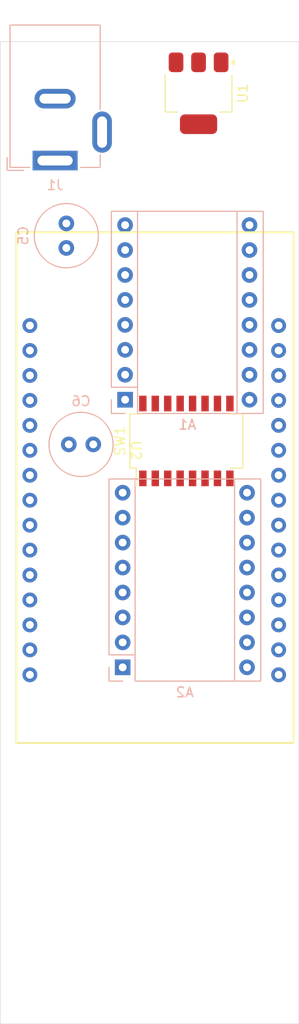
<source format=kicad_pcb>
(kicad_pcb (version 20240108) (generator "pcbnew") (generator_version "8.0")
  (layers (0 "F.Cu" signal) (31 "B.Cu" signal) (34 "B.Paste" user) (35 "F.Paste" user) (36 "B.SilkS" user "B.Silkscreen") (37 "F.SilkS" user "F.Silkscreen") (38 "B.Mask" user) (39 "F.Mask" user) (44 "Edge.Cuts" user))
  (net 0 "")
  (net 1 "Net-(A1-MS3)")
  (net 6 "GND")
  (net 7 "+VDC")
  (net 9 "Net-(A1-MS2)")
  (net 11 "+3.3V")
  (net 12 "Net-(A1-MS1)")
  (net 15 "Net-(A2-MS1)")
  (net 22 "Net-(A2-MS3)")
  (net 23 "Net-(A2-MS2)")
  (net 24 "+5V")
  (net 25 "X_Step")
  (net 26 "X_Dir")
  (net 27 "Y_Step")
  (net 28 "Y_Dir")
  (footprint "Package_TO_SOT_SMD:SOT-223-3_TabPin2" (layer "F.Cu") (at 184.75 59.75 -90)
    (property "Reference" "U1" (at 0 -4.5 90) (layer "F.SilkS"))
    (property "Value" "AMS1117-5.0")
    (fp_line (start -1.85 3.41) (end 1.91 3.41) (stroke (width 0.12)) (layer "F.SilkS"))
    (fp_line (start 1.91 3.41) (end 1.91 2.15) (stroke (width 0.12)) (layer "F.SilkS"))
    (fp_line (start -1.85 -3.41) (end 1.91 -3.41) (stroke (width 0.12)) (layer "F.SilkS"))
    (fp_line (start 1.91 -3.41) (end 1.91 -2.15) (stroke (width 0.12)) (layer "F.SilkS"))
    (fp_poly (pts (xy -3.13 -3.31) (xy -3.37 -3.64) (xy -2.89 -3.64) (xy -3.13 -3.31)) (stroke (width 0.12)) (fill solid) (layer "F.SilkS"))
    (pad "1" smd roundrect (at -3.15 -2.3 270) (size 2 1.5) (layers "F.Cu" "F.Paste" "F.Mask") (net 6 "GND"))
    (pad "2" smd roundrect (at -3.15 0 270) (size 2 1.5) (layers "F.Cu" "F.Paste" "F.Mask") (net 24 "+5V"))
    (pad "2" smd roundrect (at 3.15 0 270) (size 2 3.8) (layers "F.Cu" "F.Paste" "F.Mask") (net 24 "+5V"))
    (pad "3" smd roundrect (at -3.15 2.3 270) (size 2 1.5) (layers "F.Cu" "F.Paste" "F.Mask") (net 7 "+VDC"))
  )
  (footprint "Button_Switch_SMD:SW_DIP_SPSTx08_Slide_Copal_CHS-08B_W7.62mm_P1.27mm" (layer "F.Cu") (at 183.505 95.15 90)
    (property "Reference" "SW1" (at 0 -6.775 90) (layer "F.SilkS"))
    (property "Value" "SW_DIP_x08")
    (fp_line (start 2.76 -5.775) (end 2.76 -4.506) (stroke (width 0.12)) (layer "F.SilkS"))
    (fp_line (start -2.76 -5.775) (end 2.76 -5.775) (stroke (width 0.12)) (layer "F.SilkS"))
    (fp_line (start -2.76 -5.775) (end -2.76 -5.125) (stroke (width 0.12)) (layer "F.SilkS"))
    (fp_line (start -4.61 -5.125) (end -2.76 -5.125) (stroke (width 0.12)) (layer "F.SilkS"))
    (fp_line (start 2.76 4.505) (end 2.76 5.775) (stroke (width 0.12)) (layer "F.SilkS"))
    (fp_line (start -2.76 4.505) (end -2.76 5.775) (stroke (width 0.12)) (layer "F.SilkS"))
    (fp_line (start -2.76 5.775) (end 2.76 5.775) (stroke (width 0.12)) (layer "F.SilkS"))
    (pad "1" smd rect (at -3.81 -4.445 90) (size 1.6 0.76) (layers "F.Cu" "F.Paste" "F.Mask"))
    (pad "2" smd rect (at -3.81 -3.175 90) (size 1.6 0.76) (layers "F.Cu" "F.Paste" "F.Mask"))
    (pad "3" smd rect (at -3.81 -1.905 90) (size 1.6 0.76) (layers "F.Cu" "F.Paste" "F.Mask"))
    (pad "4" smd rect (at -3.81 -0.635 90) (size 1.6 0.76) (layers "F.Cu" "F.Paste" "F.Mask"))
    (pad "5" smd rect (at -3.81 0.635 90) (size 1.6 0.76) (layers "F.Cu" "F.Paste" "F.Mask"))
    (pad "6" smd rect (at -3.81 1.905 90) (size 1.6 0.76) (layers "F.Cu" "F.Paste" "F.Mask"))
    (pad "7" smd rect (at -3.81 3.175 90) (size 1.6 0.76) (layers "F.Cu" "F.Paste" "F.Mask"))
    (pad "8" smd rect (at -3.81 4.445 90) (size 1.6 0.76) (layers "F.Cu" "F.Paste" "F.Mask"))
    (pad "9" smd rect (at 3.81 4.445 90) (size 1.6 0.76) (layers "F.Cu" "F.Paste" "F.Mask"))
    (pad "10" smd rect (at 3.81 3.175 90) (size 1.6 0.76) (layers "F.Cu" "F.Paste" "F.Mask"))
    (pad "11" smd rect (at 3.81 1.905 90) (size 1.6 0.76) (layers "F.Cu" "F.Paste" "F.Mask"))
    (pad "12" smd rect (at 3.81 0.635 90) (size 1.6 0.76) (layers "F.Cu" "F.Paste" "F.Mask"))
    (pad "13" smd rect (at 3.81 -0.635 90) (size 1.6 0.76) (layers "F.Cu" "F.Paste" "F.Mask"))
    (pad "14" smd rect (at 3.81 -1.905 90) (size 1.6 0.76) (layers "F.Cu" "F.Paste" "F.Mask"))
    (pad "15" smd rect (at 3.81 -3.175 90) (size 1.6 0.76) (layers "F.Cu" "F.Paste" "F.Mask"))
    (pad "16" smd rect (at 3.81 -4.445 90) (size 1.6 0.76) (layers "F.Cu" "F.Paste" "F.Mask"))
  )
  (footprint "OLxA:ESP32S_30pin" (layer "F.Cu") (at 176.15 98.9)
    (property "Reference" "U2" (at 2.2 -2.79 -90) (layer "F.SilkS"))
    (property "Value" "~")
    (fp_rect (start -10 -25) (end 18.3 27) (stroke (width 0.2)) (fill none) (layer "F.SilkS"))
    (pad "1" thru_hole circle (at 16.776 -15.5 270) (size 1.524 1.524) (drill 0.8) (layers "*.Cu" "*.Mask") (net 24 "+5V"))
    (pad "2" thru_hole circle (at 16.776 -12.96 270) (size 1.524 1.524) (drill 0.8) (layers "*.Cu" "*.Mask") (net 6 "GND"))
    (pad "3" thru_hole circle (at 16.776 -10.42 270) (size 1.524 1.524) (drill 0.8) (layers "*.Cu" "*.Mask"))
    (pad "4" thru_hole circle (at 16.776 -7.88 270) (size 1.524 1.524) (drill 0.8) (layers "*.Cu" "*.Mask") (net 26 "X_Dir"))
    (pad "5" thru_hole circle (at 16.776 -5.34 270) (size 1.524 1.524) (drill 0.8) (layers "*.Cu" "*.Mask") (net 25 "X_Step"))
    (pad "6" thru_hole circle (at 16.776 -2.8 270) (size 1.524 1.524) (drill 0.8) (layers "*.Cu" "*.Mask"))
    (pad "7" thru_hole circle (at 16.776 -0.26 270) (size 1.524 1.524) (drill 0.8) (layers "*.Cu" "*.Mask") (net 27 "Y_Step"))
    (pad "8" thru_hole circle (at 16.776 2.28 270) (size 1.524 1.524) (drill 0.8) (layers "*.Cu" "*.Mask") (net 28 "Y_Dir"))
    (pad "9" thru_hole circle (at 16.776 4.82 270) (size 1.524 1.524) (drill 0.8) (layers "*.Cu" "*.Mask"))
    (pad "10" thru_hole circle (at 16.776 7.36 270) (size 1.524 1.524) (drill 0.8) (layers "*.Cu" "*.Mask"))
    (pad "11" thru_hole circle (at 16.776 9.9 270) (size 1.524 1.524) (drill 0.8) (layers "*.Cu" "*.Mask"))
    (pad "12" thru_hole circle (at 16.776 12.44 270) (size 1.524 1.524) (drill 0.8) (layers "*.Cu" "*.Mask"))
    (pad "13" thru_hole circle (at 16.776 14.98 270) (size 1.524 1.524) (drill 0.8) (layers "*.Cu" "*.Mask"))
    (pad "14" thru_hole circle (at 16.776 17.52 270) (size 1.524 1.524) (drill 0.8) (layers "*.Cu" "*.Mask"))
    (pad "15" thru_hole circle (at 16.776 20.06 270) (size 1.524 1.524) (drill 0.8) (layers "*.Cu" "*.Mask"))
    (pad "16" thru_hole circle (at -8.624 20.06 270) (size 1.524 1.524) (drill 0.8) (layers "*.Cu" "*.Mask") (net 11 "+3.3V"))
    (pad "17" thru_hole circle (at -8.624 17.52 270) (size 1.524 1.524) (drill 0.8) (layers "*.Cu" "*.Mask") (net 6 "GND"))
    (pad "18" thru_hole circle (at -8.624 14.98 270) (size 1.524 1.524) (drill 0.8) (layers "*.Cu" "*.Mask"))
    (pad "19" thru_hole circle (at -8.624 12.44 270) (size 1.524 1.524) (drill 0.8) (layers "*.Cu" "*.Mask"))
    (pad "20" thru_hole circle (at -8.624 9.9 270) (size 1.524 1.524) (drill 0.8) (layers "*.Cu" "*.Mask"))
    (pad "21" thru_hole circle (at -8.624 7.36 270) (size 1.524 1.524) (drill 0.8) (layers "*.Cu" "*.Mask"))
    (pad "22" thru_hole circle (at -8.624 4.82 270) (size 1.524 1.524) (drill 0.8) (layers "*.Cu" "*.Mask"))
    (pad "23" thru_hole circle (at -8.624 2.28 270) (size 1.524 1.524) (drill 0.8) (layers "*.Cu" "*.Mask"))
    (pad "24" thru_hole circle (at -8.624 -0.26 270) (size 1.524 1.524) (drill 0.8) (layers "*.Cu" "*.Mask"))
    (pad "25" thru_hole circle (at -8.624 -2.8 270) (size 1.524 1.524) (drill 0.8) (layers "*.Cu" "*.Mask"))
    (pad "26" thru_hole circle (at -8.624 -5.34 270) (size 1.524 1.524) (drill 0.8) (layers "*.Cu" "*.Mask"))
    (pad "27" thru_hole circle (at -8.624 -7.88 270) (size 1.524 1.524) (drill 0.8) (layers "*.Cu" "*.Mask"))
    (pad "28" thru_hole circle (at -8.624 -10.42 270) (size 1.524 1.524) (drill 0.8) (layers "*.Cu" "*.Mask"))
    (pad "29" thru_hole circle (at -8.624 -12.96 270) (size 1.524 1.524) (drill 0.8) (layers "*.Cu" "*.Mask"))
    (pad "30" thru_hole circle (at -8.624 -15.5 270) (size 1.524 1.524) (drill 0.8) (layers "*.Cu" "*.Mask"))
  )
  (footprint "Capacitor_THT:C_Radial_D6.3mm_H11.0mm_P2.50mm" (layer "B.Cu") (at 171.25 73 -90)
    (property "Reference" "C5" (at 1.25 4.4 90) (layer "B.SilkS") (effects (justify mirror)))
    (property "Value" "100uF")
    (fp_circle (center 1.25 0) (end 4.52 0) (stroke (width 0.12)) (fill none) (layer "B.SilkS"))
    (pad "1" thru_hole circle (at 0 0 270) (size 1.6 1.6) (drill 0.8) (layers "*.Cu" "*.Mask") (net 7 "+VDC"))
    (pad "2" thru_hole circle (at 2.5 0 270) (size 1.6 1.6) (drill 0.8) (layers "*.Cu" "*.Mask") (net 6 "GND"))
  )
  (footprint "Module:Pololu_Breakout-16_15.2x20.3mm" (layer "B.Cu") (at 177 118.2)
    (property "Reference" "A2" (at 6.35 2.54 360) (layer "B.SilkS") (effects (justify mirror)))
    (property "Value" "A4988")
    (fp_line (start -1.4 -19.18) (end -1.4 -1.27) (stroke (width 0.12)) (layer "B.SilkS"))
    (fp_line (start -1.4 -1.27) (end 1.27 -1.27) (stroke (width 0.12)) (layer "B.SilkS"))
    (fp_line (start -1.4 0) (end -1.4 1.4) (stroke (width 0.12)) (layer "B.SilkS"))
    (fp_line (start -1.4 1.4) (end 0 1.4) (stroke (width 0.12)) (layer "B.SilkS"))
    (fp_line (start 1.27 -19.18) (end 1.27 -1.27) (stroke (width 0.12)) (layer "B.SilkS"))
    (fp_line (start 1.27 -1.27) (end 1.27 1.4) (stroke (width 0.12)) (layer "B.SilkS"))
    (fp_line (start 1.27 1.4) (end 14.1 1.4) (stroke (width 0.12)) (layer "B.SilkS"))
    (fp_line (start 11.43 -19.18) (end 11.43 1.4) (stroke (width 0.12)) (layer "B.SilkS"))
    (fp_line (start 14.1 -19.18) (end -1.4 -19.18) (stroke (width 0.12)) (layer "B.SilkS"))
    (fp_line (start 14.1 1.4) (end 14.1 -19.18) (stroke (width 0.12)) (layer "B.SilkS"))
    (pad "1" thru_hole rect (at 0 0) (size 1.6 1.6) (drill 0.8) (layers "*.Cu" "*.Mask") (net 6 "GND"))
    (pad "2" thru_hole oval (at 0 -2.54) (size 1.6 1.6) (drill 0.8) (layers "*.Cu" "*.Mask") (net 11 "+3.3V"))
    (pad "3" thru_hole oval (at 0 -5.08) (size 1.6 1.6) (drill 0.8) (layers "*.Cu" "*.Mask"))
    (pad "4" thru_hole oval (at 0 -7.62) (size 1.6 1.6) (drill 0.8) (layers "*.Cu" "*.Mask"))
    (pad "5" thru_hole oval (at 0 -10.16) (size 1.6 1.6) (drill 0.8) (layers "*.Cu" "*.Mask"))
    (pad "6" thru_hole oval (at 0 -12.7) (size 1.6 1.6) (drill 0.8) (layers "*.Cu" "*.Mask"))
    (pad "7" thru_hole oval (at 0 -15.24) (size 1.6 1.6) (drill 0.8) (layers "*.Cu" "*.Mask") (net 6 "GND"))
    (pad "8" thru_hole oval (at 0 -17.78) (size 1.6 1.6) (drill 0.8) (layers "*.Cu" "*.Mask") (net 7 "+VDC"))
    (pad "9" thru_hole oval (at 12.7 -17.78) (size 1.6 1.6) (drill 0.8) (layers "*.Cu" "*.Mask"))
    (pad "10" thru_hole oval (at 12.7 -15.24) (size 1.6 1.6) (drill 0.8) (layers "*.Cu" "*.Mask") (net 15 "Net-(A2-MS1)"))
    (pad "11" thru_hole oval (at 12.7 -12.7) (size 1.6 1.6) (drill 0.8) (layers "*.Cu" "*.Mask") (net 23 "Net-(A2-MS2)"))
    (pad "12" thru_hole oval (at 12.7 -10.16) (size 1.6 1.6) (drill 0.8) (layers "*.Cu" "*.Mask") (net 22 "Net-(A2-MS3)"))
    (pad "13" thru_hole oval (at 12.7 -7.62) (size 1.6 1.6) (drill 0.8) (layers "*.Cu" "*.Mask"))
    (pad "14" thru_hole oval (at 12.7 -5.08) (size 1.6 1.6) (drill 0.8) (layers "*.Cu" "*.Mask"))
    (pad "15" thru_hole oval (at 12.7 -2.54) (size 1.6 1.6) (drill 0.8) (layers "*.Cu" "*.Mask") (net 27 "Y_Step"))
    (pad "16" thru_hole oval (at 12.7 0) (size 1.6 1.6) (drill 0.8) (layers "*.Cu" "*.Mask") (net 28 "Y_Dir"))
  )
  (footprint "Connector_BarrelJack:BarrelJack_GCT_DCJ200-10-A_Horizontal" (layer "B.Cu") (at 170.1 66.6)
    (property "Reference" "J1" (at 0 2.5 360) (layer "B.SilkS") (effects (justify mirror)))
    (property "Value" "Barrel_Jack")
    (fp_line (start -4.9 -0.3) (end -4.9 1) (stroke (width 0.12)) (layer "B.SilkS"))
    (fp_line (start -4.9 1) (end -3.2 1) (stroke (width 0.12)) (layer "B.SilkS"))
    (fp_line (start -4.6 -13.8) (end 4.6 -13.8) (stroke (width 0.12)) (layer "B.SilkS"))
    (fp_line (start -4.6 0.7) (end -4.6 -13.8) (stroke (width 0.12)) (layer "B.SilkS"))
    (fp_line (start -2.6 0.7) (end -4.6 0.7) (stroke (width 0.12)) (layer "B.SilkS"))
    (fp_line (start 4.6 -13.8) (end 4.6 -5.2) (stroke (width 0.12)) (layer "B.SilkS"))
    (fp_line (start 4.6 -0.6) (end 4.6 0.7) (stroke (width 0.12)) (layer "B.SilkS"))
    (fp_line (start 4.6 0.7) (end 2.6 0.7) (stroke (width 0.12)) (layer "B.SilkS"))
    (pad "1" thru_hole rect (at 0 0) (size 4.6 2) (drill oval 3.6 1) (layers "*.Cu" "*.Mask") (net 7 "+VDC"))
    (pad "2" thru_hole oval (at 0 -6.3) (size 4.2 2) (drill oval 3.2 1) (layers "*.Cu" "*.Mask") (net 6 "GND"))
    (pad "3" thru_hole oval (at 4.8 -2.9) (size 2 4.2) (drill oval 1 3.2) (layers "*.Cu" "*.Mask"))
  )
  (footprint "Module:Pololu_Breakout-16_15.2x20.3mm" (layer "B.Cu") (at 177.25 90.95)
    (property "Reference" "A1" (at 6.35 2.54 360) (layer "B.SilkS") (effects (justify mirror)))
    (property "Value" "A4988")
    (fp_line (start -1.4 -19.18) (end -1.4 -1.27) (stroke (width 0.12)) (layer "B.SilkS"))
    (fp_line (start -1.4 -1.27) (end 1.27 -1.27) (stroke (width 0.12)) (layer "B.SilkS"))
    (fp_line (start -1.4 0) (end -1.4 1.4) (stroke (width 0.12)) (layer "B.SilkS"))
    (fp_line (start -1.4 1.4) (end 0 1.4) (stroke (width 0.12)) (layer "B.SilkS"))
    (fp_line (start 1.27 -19.18) (end 1.27 -1.27) (stroke (width 0.12)) (layer "B.SilkS"))
    (fp_line (start 1.27 -1.27) (end 1.27 1.4) (stroke (width 0.12)) (layer "B.SilkS"))
    (fp_line (start 1.27 1.4) (end 14.1 1.4) (stroke (width 0.12)) (layer "B.SilkS"))
    (fp_line (start 11.43 -19.18) (end 11.43 1.4) (stroke (width 0.12)) (layer "B.SilkS"))
    (fp_line (start 14.1 -19.18) (end -1.4 -19.18) (stroke (width 0.12)) (layer "B.SilkS"))
    (fp_line (start 14.1 1.4) (end 14.1 -19.18) (stroke (width 0.12)) (layer "B.SilkS"))
    (pad "1" thru_hole rect (at 0 0) (size 1.6 1.6) (drill 0.8) (layers "*.Cu" "*.Mask") (net 6 "GND"))
    (pad "2" thru_hole oval (at 0 -2.54) (size 1.6 1.6) (drill 0.8) (layers "*.Cu" "*.Mask") (net 11 "+3.3V"))
    (pad "3" thru_hole oval (at 0 -5.08) (size 1.6 1.6) (drill 0.8) (layers "*.Cu" "*.Mask"))
    (pad "4" thru_hole oval (at 0 -7.62) (size 1.6 1.6) (drill 0.8) (layers "*.Cu" "*.Mask"))
    (pad "5" thru_hole oval (at 0 -10.16) (size 1.6 1.6) (drill 0.8) (layers "*.Cu" "*.Mask"))
    (pad "6" thru_hole oval (at 0 -12.7) (size 1.6 1.6) (drill 0.8) (layers "*.Cu" "*.Mask"))
    (pad "7" thru_hole oval (at 0 -15.24) (size 1.6 1.6) (drill 0.8) (layers "*.Cu" "*.Mask") (net 6 "GND"))
    (pad "8" thru_hole oval (at 0 -17.78) (size 1.6 1.6) (drill 0.8) (layers "*.Cu" "*.Mask") (net 7 "+VDC"))
    (pad "9" thru_hole oval (at 12.7 -17.78) (size 1.6 1.6) (drill 0.8) (layers "*.Cu" "*.Mask"))
    (pad "10" thru_hole oval (at 12.7 -15.24) (size 1.6 1.6) (drill 0.8) (layers "*.Cu" "*.Mask") (net 12 "Net-(A1-MS1)"))
    (pad "11" thru_hole oval (at 12.7 -12.7) (size 1.6 1.6) (drill 0.8) (layers "*.Cu" "*.Mask") (net 9 "Net-(A1-MS2)"))
    (pad "12" thru_hole oval (at 12.7 -10.16) (size 1.6 1.6) (drill 0.8) (layers "*.Cu" "*.Mask") (net 1 "Net-(A1-MS3)"))
    (pad "13" thru_hole oval (at 12.7 -7.62) (size 1.6 1.6) (drill 0.8) (layers "*.Cu" "*.Mask"))
    (pad "14" thru_hole oval (at 12.7 -5.08) (size 1.6 1.6) (drill 0.8) (layers "*.Cu" "*.Mask"))
    (pad "15" thru_hole oval (at 12.7 -2.54) (size 1.6 1.6) (drill 0.8) (layers "*.Cu" "*.Mask") (net 26 "X_Dir"))
    (pad "16" thru_hole oval (at 12.7 0) (size 1.6 1.6) (drill 0.8) (layers "*.Cu" "*.Mask") (net 25 "X_Step"))
  )
  (footprint "Capacitor_THT:C_Radial_D6.3mm_H11.0mm_P2.50mm" (layer "B.Cu") (at 174 95.5 180)
    (property "Reference" "C6" (at 1.25 4.4 360) (layer "B.SilkS") (effects (justify mirror)))
    (property "Value" "100uF")
    (fp_circle (center 1.25 0) (end 4.52 0) (stroke (width 0.12)) (fill none) (layer "B.SilkS"))
    (pad "1" thru_hole circle (at 0 0 180) (size 1.6 1.6) (drill 0.8) (layers "*.Cu" "*.Mask") (net 7 "+VDC"))
    (pad "2" thru_hole circle (at 2.5 0 180) (size 1.6 1.6) (drill 0.8) (layers "*.Cu" "*.Mask") (net 6 "GND"))
  )
  (gr_rect (start 164.5 54.5) (end 195 154.5) (stroke (width 0.05)) (fill none) (layer "Edge.Cuts"))
)
</source>
